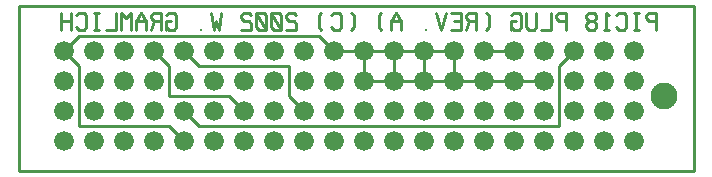
<source format=gbl>
%MOIN*%
%FSLAX25Y25*%
G04 D10 used for Character Trace; *
G04     Circle (OD=.01000) (No hole)*
G04 D11 used for Power Trace; *
G04     Circle (OD=.06700) (No hole)*
G04 D12 used for Signal Trace; *
G04     Circle (OD=.01100) (No hole)*
G04 D13 used for Via; *
G04     Circle (OD=.05800) (Round. Hole ID=.02800)*
G04 D14 used for Component hole; *
G04     Circle (OD=.06500) (Round. Hole ID=.03500)*
G04 D15 used for Component hole; *
G04     Circle (OD=.06600) (Round. Hole ID=.04200)*
G04 D16 used for Component hole; *
G04     Circle (OD=.08200) (Round. Hole ID=.05200)*
G04 D17 used for Component hole; *
G04     Circle (OD=.08950) (Round. Hole ID=.05950)*
G04 D18 used for Component hole; *
G04     Circle (OD=.11600) (Round. Hole ID=.08600)*
G04 D19 used for Component hole; *
G04     Circle (OD=.15500) (Round. Hole ID=.12500)*
G04 D20 used for Component hole; *
G04     Circle (OD=.18200) (Round. Hole ID=.15200)*
G04 D21 used for Component hole; *
G04     Circle (OD=.24300) (Round. Hole ID=.21300)*
%ADD10C,.01000*%
%ADD11C,.06700*%
%ADD12C,.01100*%
%ADD13C,.05800*%
%ADD14C,.06500*%
%ADD15C,.06600*%
%ADD16C,.08200*%
%ADD17C,.08950*%
%ADD18C,.11600*%
%ADD19C,.15500*%
%ADD20C,.18200*%
%ADD21C,.24300*%
%IPPOS*%
%LPD*%
G90*X0Y0D02*D15*X15000Y10000D03*Y20000D03*D12*    
X20000Y15000D02*X50000D01*X55000Y10000D01*D15*D03*
D12*X60000Y15000D02*X180000D01*Y35000D01*         
X185000Y40000D01*D15*D03*X195000Y30000D03*        
X175000D03*D12*X165000D01*D15*D03*D12*X155000D01* 
D15*D03*D12*X145000D01*D15*D03*D12*X135000D01*D15*
D03*D12*X125000D01*D15*D03*D12*X115000D01*D15*D03*
D12*Y40000D01*D15*D03*D12*X105000D01*D15*D03*D12* 
X100000Y45000D01*X20000D01*X15000Y40000D01*D15*   
D03*D12*X20000Y35000D01*Y15000D01*D15*            
X25000Y10000D03*Y20000D03*X35000Y30000D03*        
Y10000D03*X25000Y30000D03*X35000Y20000D03*        
X15000Y30000D03*D12*X0Y0D02*X225000D01*Y55000D01* 
X0D01*Y0D01*D15*X35000Y40000D03*X25000D03*        
X45000Y10000D03*Y20000D03*Y30000D03*Y40000D03*D12*
X50000Y35000D01*Y25000D01*X70000D01*              
X75000Y20000D01*D15*D03*X85000Y10000D03*Y30000D03*
X65000D03*Y10000D03*X85000Y20000D03*              
X75000Y30000D03*X65000Y20000D03*X75000Y10000D03*  
D12*X90000Y25000D02*Y35000D01*X95000Y20000D02*    
X90000Y25000D01*D15*X95000Y20000D03*              
X105000Y10000D03*Y30000D03*Y20000D03*             
X95000Y30000D03*Y10000D03*D12*X60000Y35000D02*    
X90000D01*X60000D02*X55000Y40000D01*D15*D03*      
X65000D03*X55000Y30000D03*X75000Y40000D03*        
X55000Y20000D03*D12*X60000Y15000D01*D15*          
X85000Y40000D03*X95000D03*D10*X212511Y47129D02*   
Y52871D01*X210000D01*X209163Y51914D01*Y50957D01*  
X210000Y50000D01*X212511D01*X205837Y47129D02*     
Y52871D01*X206674Y47129D02*X205000D01*            
X206674Y52871D02*X205000D01*X199163Y48086D02*     
X200000Y47129D01*X201674D01*X202511Y48086D01*     
Y51914D01*X201674Y52871D01*X200000D01*            
X199163Y51914D01*X196674D02*X195837Y52871D01*     
Y47129D01*X196674D02*X195000D01*X191674Y50000D02* 
X192511Y50957D01*Y51914D01*X191674Y52871D01*      
X190000D01*X189163Y51914D01*Y50957D01*            
X190000Y50000D01*X191674D01*X192511Y49043D01*     
Y48086D01*X191674Y47129D01*X190000D01*            
X189163Y48086D01*Y49043D01*X190000Y50000D01*      
X182511Y47129D02*Y52871D01*X180000D01*            
X179163Y51914D01*Y50957D01*X180000Y50000D01*      
X182511D01*X177511Y52871D02*Y47129D01*X174163D01* 
X169163Y52871D02*Y48086D01*X170000Y47129D01*      
X171674D01*X172511Y48086D01*Y52871D01*            
X164163Y48086D02*X165000Y47129D01*X166674D01*     
X167511Y48086D01*Y51914D01*X166674Y52871D01*      
X165000D01*X164163Y51914D01*X165837Y50000D02*     
X164163D01*Y47129D01*X155837Y52871D02*            
X156674Y51914D01*Y48086D01*X155837Y47129D01*      
X152511D02*Y52871D01*X150000D01*X149163Y51914D01* 
Y50957D01*X150000Y50000D01*X152511D01*X150000D02* 
X149163Y47129D01*X144163D02*X147511D01*Y52871D01* 
X144163D01*X147511Y50000D02*X145000D01*           
X142511Y52871D02*X140837Y47129D01*                
X139163Y52871D01*X135837Y47129D03*X127511D02*     
Y50000D01*X125837Y52871D01*X124163Y50000D01*      
Y47129D01*X127511Y50000D02*X124163D01*            
X120837Y52871D02*X120000Y51914D01*Y48086D01*      
X120837Y47129D01*X110837Y52871D02*                
X111674Y51914D01*Y48086D01*X110837Y47129D01*      
X104163Y48086D02*X105000Y47129D01*X106674D01*     
X107511Y48086D01*Y51914D01*X106674Y52871D01*      
X105000D01*X104163Y51914D01*X100837Y52871D02*     
X100000Y51914D01*Y48086D01*X100837Y47129D01*      
X92511Y51914D02*X91674Y52871D01*X90000D01*        
X89163Y51914D01*Y50957D01*X90000Y50000D01*        
X91674D01*X92511Y49043D01*Y47129D01*X89163D01*    
X84163Y48086D02*X85000Y47129D01*X86674D01*        
X87511Y48086D01*Y51914D01*X86674Y52871D01*        
X85000D01*X84163Y51914D01*Y48086D01*              
X87511Y47129D02*X84163Y52871D01*X79163Y48086D02*  
X80000Y47129D01*X81674D01*X82511Y48086D01*        
Y51914D01*X81674Y52871D01*X80000D01*              
X79163Y51914D01*Y48086D01*X82511Y47129D02*        
X79163Y52871D01*X77511Y51914D02*X76674Y52871D01*  
X75000D01*X74163Y51914D01*Y50957D01*              
X75000Y50000D01*X76674D01*X77511Y49043D01*        
Y47129D01*X74163D01*X67511Y52871D02*              
X66674Y47129D01*X65837Y50000D01*X65000Y47129D01*  
X64163Y52871D01*X60837Y47129D03*X49163Y48086D02*  
X50000Y47129D01*X51674D01*X52511Y48086D01*        
Y51914D01*X51674Y52871D01*X50000D01*              
X49163Y51914D01*X50837Y50000D02*X49163D01*        
Y47129D01*X47511D02*Y52871D01*X45000D01*          
X44163Y51914D01*Y50957D01*X45000Y50000D01*        
X47511D01*X45000D02*X44163Y47129D01*X42511D02*    
Y50000D01*X40837Y52871D01*X39163Y50000D01*        
Y47129D01*X42511Y50000D02*X39163D01*              
X37511Y47129D02*Y52871D01*X35837Y50957D01*        
X34163Y52871D01*Y47129D01*X32511Y52871D02*        
Y47129D01*X29163D01*X25837D02*Y52871D01*          
X26674Y47129D02*X25000D01*X26674Y52871D02*        
X25000D01*X19163Y48086D02*X20000Y47129D01*        
X21674D01*X22511Y48086D01*Y51914D01*              
X21674Y52871D01*X20000D01*X19163Y51914D01*        
X17511Y47129D02*Y52871D01*X14163Y47129D02*        
Y52871D01*X17511Y50000D02*X14163D01*D15*          
X115000Y10000D03*Y20000D03*D12*Y40000D02*         
X125000D01*D15*D03*D12*Y30000D01*D15*             
X135000Y20000D03*Y40000D03*D12*Y30000D01*D15*     
X145000Y20000D03*Y40000D03*D12*Y30000D01*D15*     
X155000Y20000D03*Y40000D03*D12*X165000D01*D15*D03*
X175000D03*X185000Y20000D03*Y30000D03*D12*        
X135000Y40000D02*X145000D01*X125000D02*X135000D01*
D15*X125000Y20000D03*X155000Y10000D03*X125000D03* 
X135000D03*X145000D03*X165000D03*Y20000D03*       
X175000Y10000D03*Y20000D03*X185000Y10000D03*      
X195000D03*Y20000D03*Y40000D03*X205000Y10000D03*  
Y20000D03*Y30000D03*Y40000D03*D17*                
X215000Y25000D03*M02*                             

</source>
